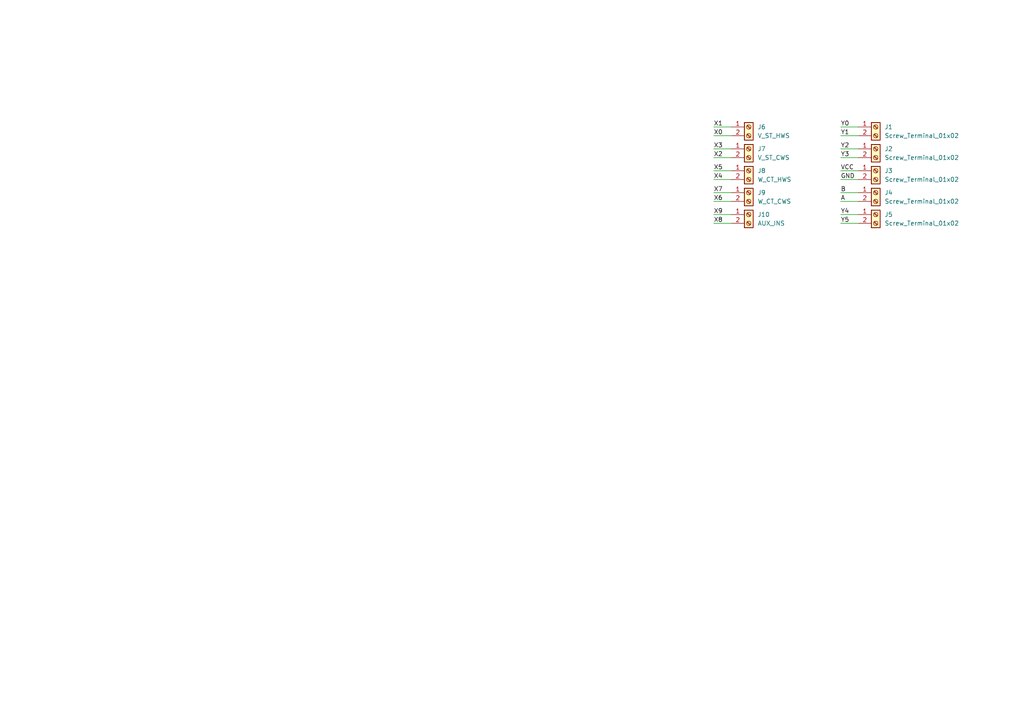
<source format=kicad_sch>
(kicad_sch (version 20230121) (generator eeschema)
  (paper "A4")
  (lib_symbols
    (symbol "Connector:Screw_Terminal_01x02" (pin_names (offset 1.016) hide)
      (property "Reference" "J" (at 0 2.54 0))
      (property "Value" "Screw_Terminal_01x02" (at 0 -5.08 0))
      (symbol "Screw_Terminal_01x02_1_1"
        (rectangle (start -1.27 1.27) (end 1.27 -3.81) (stroke (width 0.254)) (fill (type background)))
        (circle (center 0 -2.54) (radius 0.635) (stroke (width 0.1524)))
        (polyline (pts (xy -0.5334 -2.2098) (xy 0.3302 -3.048)) (stroke (width 0.1524)))
        (polyline (pts (xy -0.5334 0.3302) (xy 0.3302 -0.508)) (stroke (width 0.1524)))
        (polyline (pts (xy -0.3556 -2.032) (xy 0.508 -2.8702)) (stroke (width 0.1524)))
        (polyline (pts (xy -0.3556 0.508) (xy 0.508 -0.3302)) (stroke (width 0.1524)))
        (circle (center 0 0) (radius 0.635) (stroke (width 0.1524)))
        (pin passive line (at -5.08 0 0) (length 3.81) (name "Pin_1") (number "1"))
        (pin passive line (at -5.08 -2.54 0) (length 3.81) (name "Pin_2") (number "2"))
      )
    )
    (symbol "MOMENTARY-SWITCH-SPST-LED-PTH-12MM_1" (pin_numbers hide) (pin_names (offset 1.016) hide)
      (property "Reference" "S" (at -5.08 6.35 0))
      (property "Value" "MOMENTARY-SWITCH-SPST-LED-PTH-12MM_1" (at -5.08 -7.62 0))
      (property "Field4" "SWCH-11758" (at 0 10.16 0))
      (symbol "MOMENTARY-SWITCH-SPST-LED-PTH-12MM_1_1_0"
        (polyline (pts (xy -5.08 -2.54) (xy -1.27 -2.54)))
        (polyline (pts (xy -5.08 2.54) (xy -2.54 2.54)))
        (polyline (pts (xy -2.54 2.54) (xy 1.905 3.81)))
        (polyline (pts (xy -1.27 -3.81) (xy -1.27 -2.54)))
        (polyline (pts (xy -1.27 -3.81) (xy 1.27 -2.54)))
        (polyline (pts (xy -1.27 -2.54) (xy -1.27 -1.27)))
        (polyline (pts (xy -0.508 -0.508) (xy 0.889 0.889)))
        (polyline (pts (xy 0.635 -0.635) (xy 2.032 0.762)))
        (polyline (pts (xy 1.27 -3.81) (xy 1.27 -2.54)))
        (polyline (pts (xy 1.27 -2.54) (xy -1.27 -1.27)))
        (polyline (pts (xy 1.27 -2.54) (xy 1.27 -1.27)))
        (polyline (pts (xy 1.27 -2.54) (xy 5.08 -2.54)))
        (polyline (pts (xy 1.905 2.54) (xy 5.08 2.54)))
      )
      (symbol "MOMENTARY-SWITCH-SPST-LED-PTH-12MM_1_1_1"
        (circle (center -2.54 2.54) (radius 0.127) (fill (type outline)))
        (polyline (pts (xy -5.08 0) (xy -2.54 0) (xy -2.54 2.54)))
        (polyline (pts (xy 2.54 2.54) (xy 2.54 0) (xy 5.08 0) (xy 4.445 0)))
        (polyline (pts (xy 0.889 0.889) (xy 0 0.508) (xy 0 0.508) (xy 0.508 0) (xy 0.508 0) (xy 0.889 0.889)) (fill (type outline)))
        (polyline (pts (xy 2.032 0.762) (xy 1.143 0.381) (xy 1.143 0.381) (xy 1.651 -0.127) (xy 1.651 -0.127) (xy 2.032 0.762)) (fill (type outline)))
        (polyline (pts (xy -5.08 5.08) (xy -5.08 2.54) (xy -5.08 -2.54) (xy -5.08 -5.08) (xy 5.08 -5.08) (xy 5.08 -2.54) (xy 5.08 2.54) (xy 5.08 5.08) (xy -5.08 5.08)) (fill (type background)))
        (circle (center 2.54 2.54) (radius 0.127) (fill (type outline)))
        (pin passive line (at 7.62 2.54 180) (length 2.54) (name "1") (number "1"))
        (pin passive line (at 7.62 0 180) (length 2.54) (name "2") (number "2"))
        (pin passive line (at -7.62 2.54 0) (length 2.54) (name "3") (number "3"))
        (pin passive line (at -7.62 0 0) (length 2.54) (name "1") (number "4"))
        (pin passive line (at -7.62 -2.54 0) (length 2.54) (name "A") (number "A"))
        (pin passive line (at 7.62 -2.54 180) (length 2.54) (name "C") (number "C"))
      )
    )
  )
  (junction (at 36.83 -15.24))
  (junction (at 52.07 -15.24))
  (wire (pts (xy 36.83 -15.24) (xy 36.83 -12.7)))
  (wire (pts (xy 52.07 -15.24) (xy 63.5 -15.24)))
  (wire (pts (xy 243.84 45.72) (xy 248.92 45.72)))
  (wire (pts (xy 243.84 36.83) (xy 248.92 36.83)))
  (wire (pts (xy 207.01 64.77) (xy 212.09 64.77)))
  (wire (pts (xy 207.01 52.07) (xy 212.09 52.07)))
  (wire (pts (xy 243.84 58.42) (xy 248.92 58.42)))
  (wire (pts (xy 52.07 -10.16) (xy 63.5 -10.16)))
  (wire (pts (xy 243.84 62.23) (xy 248.92 62.23)))
  (wire (pts (xy 243.84 55.88) (xy 248.92 55.88)))
  (wire (pts (xy 207.01 45.72) (xy 212.09 45.72)))
  (wire (pts (xy 207.01 58.42) (xy 212.09 58.42)))
  (wire (pts (xy 52.07 -15.24) (xy 52.07 -12.7)))
  (wire (pts (xy 243.84 49.53) (xy 248.92 49.53)))
  (wire (pts (xy 207.01 62.23) (xy 212.09 62.23)))
  (wire (pts (xy 207.01 36.83) (xy 212.09 36.83)))
  (wire (pts (xy 207.01 55.88) (xy 212.09 55.88)))
  (wire (pts (xy 207.01 49.53) (xy 212.09 49.53)))
  (wire (pts (xy 243.84 43.18) (xy 248.92 43.18)))
  (wire (pts (xy 243.84 52.07) (xy 248.92 52.07)))
  (wire (pts (xy 207.01 43.18) (xy 212.09 43.18)))
  (wire (pts (xy 19.05 -10.16) (xy 29.21 -10.16)))
  (wire (pts (xy 243.84 64.77) (xy 248.92 64.77)))
  (wire (pts (xy 207.01 39.37) (xy 212.09 39.37)))
  (wire (pts (xy 243.84 39.37) (xy 248.92 39.37)))
  (wire (pts (xy 19.05 -15.24) (xy 36.83 -15.24)))
  (label "X0" (at 207.01 39.37 0))
  (label "X5" (at 207.01 49.53 0))
  (label "X2" (at 207.01 45.72 0))
  (label "Y4" (at 243.84 62.23 0))
  (label "A" (at 243.84 58.42 0))
  (label "VSS" (at 19.05 -15.24 0))
  (label "X3" (at 207.01 43.18 0))
  (label "Y2" (at 243.84 43.18 0))
  (label "X1" (at 207.01 36.83 0))
  (label "Y0" (at 243.84 36.83 0))
  (label "Y3" (at 243.84 45.72 0))
  (label "B" (at 243.84 55.88 0))
  (label "GND" (at 243.84 52.07 0))
  (label "S1BTN" (at 57.15 -15.24 0))
  (label "X7" (at 207.01 55.88 0))
  (label "Y1" (at 243.84 39.37 0))
  (label "S1LED" (at 19.05 -10.16 0))
  (label "X4" (at 207.01 52.07 0))
  (label "Y5" (at 243.84 64.77 0))
  (label "VSS" (at 57.15 -10.16 0))
  (label "X8" (at 207.01 64.77 0))
  (label "X9" (at 207.01 62.23 0))
  (label "VCC" (at 243.84 49.53 0))
  (label "X6" (at 207.01 58.42 0))
  (symbol (lib_id "Connector:Screw_Terminal_01x02") (at 217.17 49.53 0) (unit 1)
    (property "Reference" "J8" (at 219.71 49.5299 0) (effects (justify left)))
    (property "Value" "W_CT_HWS" (at 219.71 52.0699 0) (effects (justify left)))
    (property "Footprint" "TerminalBlock_Phoenix:TerminalBlock_Phoenix_MKDS-1,5-2-5.08_1x02_P5.08mm_Horizontal" (effects hide))
  )
  (symbol (lib_id "Connector:Screw_Terminal_01x02") (at 217.17 55.88 0) (unit 1)
    (property "Reference" "J9" (at 219.71 55.8799 0) (effects (justify left)))
    (property "Value" "W_CT_CWS" (at 219.71 58.4199 0) (effects (justify left)))
    (property "Footprint" "TerminalBlock_Phoenix:TerminalBlock_Phoenix_MKDS-1,5-2-5.08_1x02_P5.08mm_Horizontal" (effects hide))
  )
  (symbol (lib_id "Connector:Screw_Terminal_01x02") (at 217.17 62.23 0) (unit 1)
    (property "Reference" "J10" (at 219.71 62.2299 0) (effects (justify left)))
    (property "Value" "AUX_INS" (at 219.71 64.7699 0) (effects (justify left)))
    (property "Footprint" "TerminalBlock_Phoenix:TerminalBlock_Phoenix_MKDS-1,5-2-5.08_1x02_P5.08mm_Horizontal" (effects hide))
  )
  (symbol (lib_id "Connector:Screw_Terminal_01x02") (at 254 55.88 0) (unit 1)
    (property "Reference" "J4" (at 256.54 55.8799 0) (effects (justify left)))
    (property "Value" "Screw_Terminal_01x02" (at 256.54 58.4199 0) (effects (justify left)))
    (property "Footprint" "TerminalBlock_Phoenix:TerminalBlock_Phoenix_MKDS-1,5-2-5.08_1x02_P5.08mm_Horizontal" (effects hide))
  )
  (symbol (lib_id "Connector:Screw_Terminal_01x02") (at 254 36.83 0) (unit 1)
    (property "Reference" "J1" (at 256.54 36.8299 0) (effects (justify left)))
    (property "Value" "Screw_Terminal_01x02" (at 256.54 39.3699 0) (effects (justify left)))
    (property "Footprint" "TerminalBlock_Phoenix:TerminalBlock_Phoenix_MKDS-1,5-2-5.08_1x02_P5.08mm_Horizontal" (effects hide))
  )
  (symbol (lib_id "Connector:Screw_Terminal_01x02") (at 254 43.18 0) (unit 1)
    (property "Reference" "J2" (at 256.54 43.1799 0) (effects (justify left)))
    (property "Value" "Screw_Terminal_01x02" (at 256.54 45.7199 0) (effects (justify left)))
    (property "Footprint" "TerminalBlock_Phoenix:TerminalBlock_Phoenix_MKDS-1,5-2-5.08_1x02_P5.08mm_Horizontal" (effects hide))
  )
  (symbol (lib_id "Connector:Screw_Terminal_01x02") (at 254 49.53 0) (unit 1)
    (property "Reference" "J3" (at 256.54 49.5299 0) (effects (justify left)))
    (property "Value" "Screw_Terminal_01x02" (at 256.54 52.0699 0) (effects (justify left)))
    (property "Footprint" "TerminalBlock_Phoenix:TerminalBlock_Phoenix_MKDS-1,5-2-5.08_1x02_P5.08mm_Horizontal" (effects hide))
  )
  (symbol (lib_id "Connector:Screw_Terminal_01x02") (at 254 62.23 0) (unit 1)
    (property "Reference" "J5" (at 256.54 62.2299 0) (effects (justify left)))
    (property "Value" "Screw_Terminal_01x02" (at 256.54 64.7699 0) (effects (justify left)))
    (property "Footprint" "TerminalBlock_Phoenix:TerminalBlock_Phoenix_MKDS-1,5-2-5.08_1x02_P5.08mm_Horizontal" (effects hide))
  )
  (symbol (lib_id "Connector:Screw_Terminal_01x02") (at 217.17 43.18 0) (unit 1)
    (property "Reference" "J7" (at 219.71 43.1799 0) (effects (justify left)))
    (property "Value" "V_ST_CWS" (at 219.71 45.7199 0) (effects (justify left)))
    (property "Footprint" "TerminalBlock_Phoenix:TerminalBlock_Phoenix_MKDS-1,5-2-5.08_1x02_P5.08mm_Horizontal" (effects hide))
  )
  (symbol (lib_id "Connector:Screw_Terminal_01x02") (at 217.17 36.83 0) (unit 1)
    (property "Reference" "J6" (at 219.71 36.8299 0) (effects (justify left)))
    (property "Value" "V_ST_HWS" (at 219.71 39.3699 0) (effects (justify left)))
    (property "Footprint" "TerminalBlock_Phoenix:TerminalBlock_Phoenix_MKDS-1,5-2-5.08_1x02_P5.08mm_Horizontal" (effects hide))
  )
  (symbol (lib_name "MOMENTARY-SWITCH-SPST-LED-PTH-12MM_1") (lib_id "SparkFun-Switches:MOMENTARY-SWITCH-SPST-LED-PTH-12MM") (at 44.45 -12.7 0) (unit 1)
    (property "Reference" "S7" (at 44.45 -25.4 0) (effects (font (size 1.143 1.143))))
    (property "Value" "MOMENTARY-SWITCH-SPST-LED-PTH-12MM" (at 44.45 -22.86 0) (effects (font (size 1.143 1.143))))
    (property "Footprint" "mod:TACTILE_SWITCH_LED_PTH_12MM" (effects hide))
    (property "Field4" "SWCH-11758" (at 44.45 -19.05 0) (effects (font (size 1.524 1.524))))
  )
)
</source>
